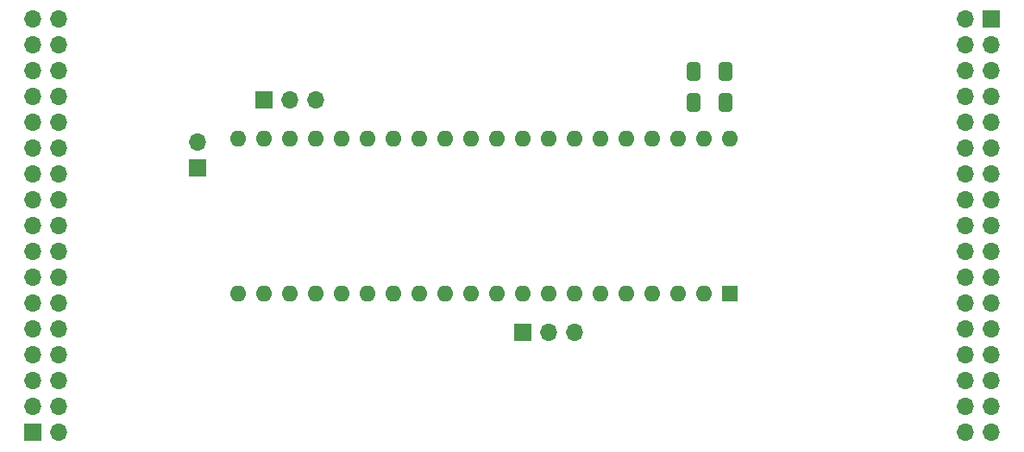
<source format=gbr>
%TF.GenerationSoftware,KiCad,Pcbnew,8.0.7-8.0.7-0~ubuntu22.04.1*%
%TF.CreationDate,2025-01-28T11:11:41+01:00*%
%TF.ProjectId,EF9366,45463933-3636-42e6-9b69-6361645f7063,rev?*%
%TF.SameCoordinates,Original*%
%TF.FileFunction,Soldermask,Bot*%
%TF.FilePolarity,Negative*%
%FSLAX46Y46*%
G04 Gerber Fmt 4.6, Leading zero omitted, Abs format (unit mm)*
G04 Created by KiCad (PCBNEW 8.0.7-8.0.7-0~ubuntu22.04.1) date 2025-01-28 11:11:41*
%MOMM*%
%LPD*%
G01*
G04 APERTURE LIST*
G04 Aperture macros list*
%AMRoundRect*
0 Rectangle with rounded corners*
0 $1 Rounding radius*
0 $2 $3 $4 $5 $6 $7 $8 $9 X,Y pos of 4 corners*
0 Add a 4 corners polygon primitive as box body*
4,1,4,$2,$3,$4,$5,$6,$7,$8,$9,$2,$3,0*
0 Add four circle primitives for the rounded corners*
1,1,$1+$1,$2,$3*
1,1,$1+$1,$4,$5*
1,1,$1+$1,$6,$7*
1,1,$1+$1,$8,$9*
0 Add four rect primitives between the rounded corners*
20,1,$1+$1,$2,$3,$4,$5,0*
20,1,$1+$1,$4,$5,$6,$7,0*
20,1,$1+$1,$6,$7,$8,$9,0*
20,1,$1+$1,$8,$9,$2,$3,0*%
G04 Aperture macros list end*
%ADD10R,1.700000X1.700000*%
%ADD11O,1.700000X1.700000*%
%ADD12RoundRect,0.250000X0.412500X0.650000X-0.412500X0.650000X-0.412500X-0.650000X0.412500X-0.650000X0*%
%ADD13R,1.600000X1.600000*%
%ADD14O,1.600000X1.600000*%
G04 APERTURE END LIST*
D10*
%TO.C,J2*%
X69145000Y-83571000D03*
D11*
X69145000Y-81031000D03*
%TD*%
D10*
%TO.C,JP2*%
X75692000Y-76962000D03*
D11*
X78232000Y-76962000D03*
X80772000Y-76962000D03*
%TD*%
D10*
%TO.C,JP1*%
X101092000Y-99822000D03*
D11*
X103632000Y-99822000D03*
X106172000Y-99822000D03*
%TD*%
D12*
%TO.C,C2*%
X120942500Y-77216000D03*
X117817500Y-77216000D03*
%TD*%
%TO.C,C1*%
X120981000Y-74168000D03*
X117856000Y-74168000D03*
%TD*%
D10*
%TO.C,J3*%
X147000000Y-69000000D03*
D11*
X144460000Y-69000000D03*
X147000000Y-71540000D03*
X144460000Y-71540000D03*
X147000000Y-74080000D03*
X144460000Y-74080000D03*
X147000000Y-76620000D03*
X144460000Y-76620000D03*
X147000000Y-79160000D03*
X144460000Y-79160000D03*
X147000000Y-81700000D03*
X144460000Y-81700000D03*
X147000000Y-84240000D03*
X144460000Y-84240000D03*
X147000000Y-86780000D03*
X144460000Y-86780000D03*
X147000000Y-89320000D03*
X144460000Y-89320000D03*
X147000000Y-91860000D03*
X144460000Y-91860000D03*
X147000000Y-94400000D03*
X144460000Y-94400000D03*
X147000000Y-96940000D03*
X144460000Y-96940000D03*
X147000000Y-99480000D03*
X144460000Y-99480000D03*
X147000000Y-102020000D03*
X144460000Y-102020000D03*
X147000000Y-104560000D03*
X144460000Y-104560000D03*
X147000000Y-107100000D03*
X144460000Y-107100000D03*
X147000000Y-109640000D03*
X144460000Y-109640000D03*
%TD*%
D10*
%TO.C,J1*%
X53000000Y-109640000D03*
D11*
X55540000Y-109640000D03*
X53000000Y-107100000D03*
X55540000Y-107100000D03*
X53000000Y-104560000D03*
X55540000Y-104560000D03*
X53000000Y-102020000D03*
X55540000Y-102020000D03*
X53000000Y-99480000D03*
X55540000Y-99480000D03*
X53000000Y-96940000D03*
X55540000Y-96940000D03*
X53000000Y-94400000D03*
X55540000Y-94400000D03*
X53000000Y-91860000D03*
X55540000Y-91860000D03*
X53000000Y-89320000D03*
X55540000Y-89320000D03*
X53000000Y-86780000D03*
X55540000Y-86780000D03*
X53000000Y-84240000D03*
X55540000Y-84240000D03*
X53000000Y-81700000D03*
X55540000Y-81700000D03*
X53000000Y-79160000D03*
X55540000Y-79160000D03*
X53000000Y-76620000D03*
X55540000Y-76620000D03*
X53000000Y-74080000D03*
X55540000Y-74080000D03*
X53000000Y-71540000D03*
X55540000Y-71540000D03*
X53000000Y-69000000D03*
X55540000Y-69000000D03*
%TD*%
D13*
%TO.C,U4*%
X121412000Y-96012000D03*
D14*
X118872000Y-96012000D03*
X116332000Y-96012000D03*
X113792000Y-96012000D03*
X111252000Y-96012000D03*
X108712000Y-96012000D03*
X106172000Y-96012000D03*
X103632000Y-96012000D03*
X101092000Y-96012000D03*
X98552000Y-96012000D03*
X96012000Y-96012000D03*
X93472000Y-96012000D03*
X90932000Y-96012000D03*
X88392000Y-96012000D03*
X85852000Y-96012000D03*
X83312000Y-96012000D03*
X80772000Y-96012000D03*
X78232000Y-96012000D03*
X75692000Y-96012000D03*
X73152000Y-96012000D03*
X73152000Y-80772000D03*
X75692000Y-80772000D03*
X78232000Y-80772000D03*
X80772000Y-80772000D03*
X83312000Y-80772000D03*
X85852000Y-80772000D03*
X88392000Y-80772000D03*
X90932000Y-80772000D03*
X93472000Y-80772000D03*
X96012000Y-80772000D03*
X98552000Y-80772000D03*
X101092000Y-80772000D03*
X103632000Y-80772000D03*
X106172000Y-80772000D03*
X108712000Y-80772000D03*
X111252000Y-80772000D03*
X113792000Y-80772000D03*
X116332000Y-80772000D03*
X118872000Y-80772000D03*
X121412000Y-80772000D03*
%TD*%
M02*

</source>
